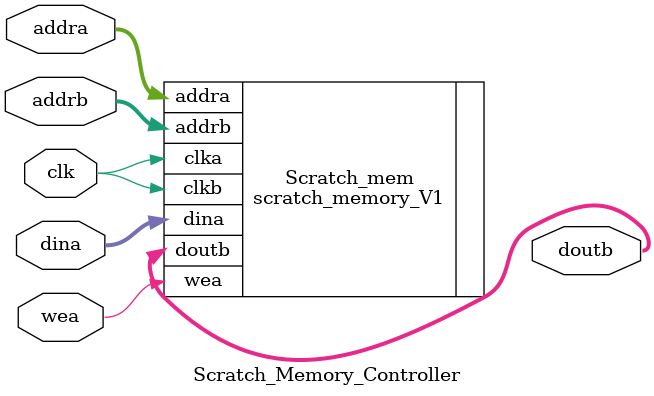
<source format=v>
`timescale 1ns / 1ps
module Scratch_Memory_Controller(addra,dina,wea,clk,addrb,doutb);

input [10:0] addra;
input [31:0] dina;
input wea;
input clk;
input [10:0] addrb;
output [31:0] doutb;

wire [31:0] douta;
scratch_memory_V1 Scratch_mem(
						.clka(clk),
						.dina(dina),
						.addra(addra),						
						.wea(wea),
						.clkb(clk),						
						.addrb(addrb),
						.doutb(doutb)						
						);

endmodule

</source>
